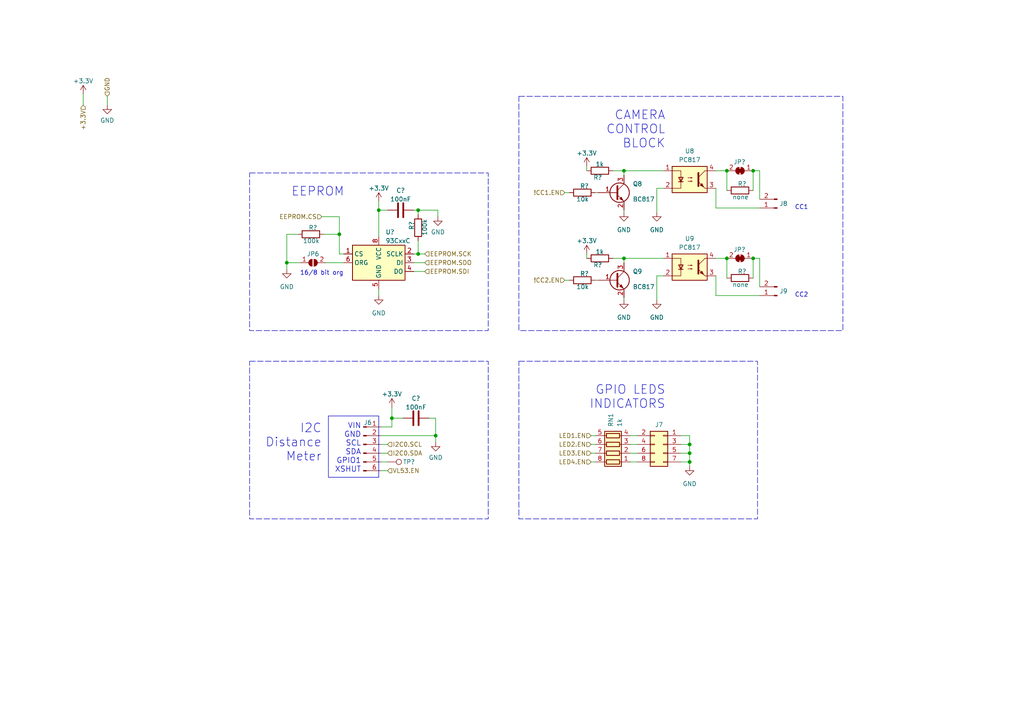
<source format=kicad_sch>
(kicad_sch (version 20230121) (generator eeschema)
  (paper "A4")
  (lib_symbols
    (symbol "Connector:Conn_01x02_Pin" (pin_names (offset 1.016) hide)
      (property "Reference" "J" (at 0 2.54 0))
      (property "Value" "Conn_01x02_Pin" (at 0 -5.08 0))
      (symbol "Conn_01x02_Pin_1_1"
        (polyline (pts (xy 1.27 -2.54) (xy 0.8636 -2.54)) (stroke (width 0.1524)))
        (polyline (pts (xy 1.27 0) (xy 0.8636 0)) (stroke (width 0.1524)))
        (rectangle (start 0.8636 -2.413) (end 0 -2.667) (stroke (width 0.1524)) (fill (type outline)))
        (rectangle (start 0.8636 0.127) (end 0 -0.127) (stroke (width 0.1524)) (fill (type outline)))
        (pin passive line (at 5.08 0 180) (length 3.81) (name "Pin_1") (number "1"))
        (pin passive line (at 5.08 -2.54 180) (length 3.81) (name "Pin_2") (number "2"))
      )
    )
    (symbol "Connector:Conn_01x06_Pin" (pin_names (offset 1.016) hide)
      (property "Reference" "J" (at 0 7.62 0))
      (property "Value" "Conn_01x06_Pin" (at 0 -10.16 0))
      (symbol "Conn_01x06_Pin_1_1"
        (polyline (pts (xy 1.27 -7.62) (xy 0.8636 -7.62)) (stroke (width 0.1524)))
        (polyline (pts (xy 1.27 -5.08) (xy 0.8636 -5.08)) (stroke (width 0.1524)))
        (polyline (pts (xy 1.27 -2.54) (xy 0.8636 -2.54)) (stroke (width 0.1524)))
        (polyline (pts (xy 1.27 0) (xy 0.8636 0)) (stroke (width 0.1524)))
        (polyline (pts (xy 1.27 2.54) (xy 0.8636 2.54)) (stroke (width 0.1524)))
        (polyline (pts (xy 1.27 5.08) (xy 0.8636 5.08)) (stroke (width 0.1524)))
        (rectangle (start 0.8636 -7.493) (end 0 -7.747) (stroke (width 0.1524)) (fill (type outline)))
        (rectangle (start 0.8636 -4.953) (end 0 -5.207) (stroke (width 0.1524)) (fill (type outline)))
        (rectangle (start 0.8636 -2.413) (end 0 -2.667) (stroke (width 0.1524)) (fill (type outline)))
        (rectangle (start 0.8636 0.127) (end 0 -0.127) (stroke (width 0.1524)) (fill (type outline)))
        (rectangle (start 0.8636 2.667) (end 0 2.413) (stroke (width 0.1524)) (fill (type outline)))
        (rectangle (start 0.8636 5.207) (end 0 4.953) (stroke (width 0.1524)) (fill (type outline)))
        (pin passive line (at 5.08 5.08 180) (length 3.81) (name "Pin_1") (number "1"))
        (pin passive line (at 5.08 2.54 180) (length 3.81) (name "Pin_2") (number "2"))
        (pin passive line (at 5.08 0 180) (length 3.81) (name "Pin_3") (number "3"))
        (pin passive line (at 5.08 -2.54 180) (length 3.81) (name "Pin_4") (number "4"))
        (pin passive line (at 5.08 -5.08 180) (length 3.81) (name "Pin_5") (number "5"))
        (pin passive line (at 5.08 -7.62 180) (length 3.81) (name "Pin_6") (number "6"))
      )
    )
    (symbol "Connector:TestPoint" (pin_numbers hide) (pin_names (offset 0.762) hide)
      (property "Reference" "TP" (at 0 6.858 0))
      (property "Value" "TestPoint" (at 0 5.08 0))
      (symbol "TestPoint_0_1"
        (circle (center 0 3.302) (radius 0.762))
      )
      (symbol "TestPoint_1_1"
        (pin passive line (at 0 0 90) (length 2.54) (name "1") (number "1"))
      )
    )
    (symbol "Connector_Generic:Conn_02x04_Odd_Even" (pin_names (offset 1.016) hide)
      (property "Reference" "J" (at 1.27 5.08 0))
      (property "Value" "Conn_02x04_Odd_Even" (at 1.27 -7.62 0))
      (symbol "Conn_02x04_Odd_Even_1_1"
        (rectangle (start -1.27 -4.953) (end 0 -5.207) (stroke (width 0.1524)))
        (rectangle (start -1.27 -2.413) (end 0 -2.667) (stroke (width 0.1524)))
        (rectangle (start -1.27 0.127) (end 0 -0.127) (stroke (width 0.1524)))
        (rectangle (start -1.27 2.667) (end 0 2.413) (stroke (width 0.1524)))
        (rectangle (start -1.27 3.81) (end 3.81 -6.35) (stroke (width 0.254)) (fill (type background)))
        (rectangle (start 3.81 -4.953) (end 2.54 -5.207) (stroke (width 0.1524)))
        (rectangle (start 3.81 -2.413) (end 2.54 -2.667) (stroke (width 0.1524)))
        (rectangle (start 3.81 0.127) (end 2.54 -0.127) (stroke (width 0.1524)))
        (rectangle (start 3.81 2.667) (end 2.54 2.413) (stroke (width 0.1524)))
        (pin passive line (at -5.08 2.54 0) (length 3.81) (name "Pin_1") (number "1"))
        (pin passive line (at 7.62 2.54 180) (length 3.81) (name "Pin_2") (number "2"))
        (pin passive line (at -5.08 0 0) (length 3.81) (name "Pin_3") (number "3"))
        (pin passive line (at 7.62 0 180) (length 3.81) (name "Pin_4") (number "4"))
        (pin passive line (at -5.08 -2.54 0) (length 3.81) (name "Pin_5") (number "5"))
        (pin passive line (at 7.62 -2.54 180) (length 3.81) (name "Pin_6") (number "6"))
        (pin passive line (at -5.08 -5.08 0) (length 3.81) (name "Pin_7") (number "7"))
        (pin passive line (at 7.62 -5.08 180) (length 3.81) (name "Pin_8") (number "8"))
      )
    )
    (symbol "Device:C" (pin_numbers hide) (pin_names (offset 0.254))
      (property "Reference" "C" (at 0.635 2.54 0))
      (property "Value" "C" (at 0.635 -2.54 0))
      (symbol "C_0_1"
        (polyline (pts (xy -2.032 -0.762) (xy 2.032 -0.762)) (stroke (width 0.508)))
        (polyline (pts (xy -2.032 0.762) (xy 2.032 0.762)) (stroke (width 0.508)))
      )
      (symbol "C_1_1"
        (pin passive line (at 0 3.81 270) (length 2.794) (name "~") (number "1"))
        (pin passive line (at 0 -3.81 90) (length 2.794) (name "~") (number "2"))
      )
    )
    (symbol "Device:R" (pin_numbers hide) (pin_names (offset 0))
      (property "Reference" "R" (at 2.032 0 90))
      (property "Value" "R" (at 0 0 90))
      (symbol "R_0_1"
        (rectangle (start -1.016 -2.54) (end 1.016 2.54) (stroke (width 0.254)))
      )
      (symbol "R_1_1"
        (pin passive line (at 0 3.81 270) (length 1.27) (name "~") (number "1"))
        (pin passive line (at 0 -3.81 90) (length 1.27) (name "~") (number "2"))
      )
    )
    (symbol "Device:R_Pack04" (pin_names (offset 0) hide)
      (property "Reference" "RN" (at -7.62 0 90))
      (property "Value" "R_Pack04" (at 5.08 0 90))
      (symbol "R_Pack04_0_1"
        (rectangle (start -6.35 -2.413) (end 3.81 2.413) (stroke (width 0.254)) (fill (type background)))
        (rectangle (start -5.715 1.905) (end -4.445 -1.905) (stroke (width 0.254)))
        (rectangle (start -3.175 1.905) (end -1.905 -1.905) (stroke (width 0.254)))
        (rectangle (start -0.635 1.905) (end 0.635 -1.905) (stroke (width 0.254)))
        (polyline (pts (xy -5.08 -2.54) (xy -5.08 -1.905)))
        (polyline (pts (xy -5.08 1.905) (xy -5.08 2.54)))
        (polyline (pts (xy -2.54 -2.54) (xy -2.54 -1.905)))
        (polyline (pts (xy -2.54 1.905) (xy -2.54 2.54)))
        (polyline (pts (xy 0 -2.54) (xy 0 -1.905)))
        (polyline (pts (xy 0 1.905) (xy 0 2.54)))
        (polyline (pts (xy 2.54 -2.54) (xy 2.54 -1.905)))
        (polyline (pts (xy 2.54 1.905) (xy 2.54 2.54)))
        (rectangle (start 1.905 1.905) (end 3.175 -1.905) (stroke (width 0.254)))
      )
      (symbol "R_Pack04_1_1"
        (pin passive line (at -5.08 -5.08 90) (length 2.54) (name "R1.1") (number "1"))
        (pin passive line (at -2.54 -5.08 90) (length 2.54) (name "R2.1") (number "2"))
        (pin passive line (at 0 -5.08 90) (length 2.54) (name "R3.1") (number "3"))
        (pin passive line (at 2.54 -5.08 90) (length 2.54) (name "R4.1") (number "4"))
        (pin passive line (at 2.54 5.08 270) (length 2.54) (name "R4.2") (number "5"))
        (pin passive line (at 0 5.08 270) (length 2.54) (name "R3.2") (number "6"))
        (pin passive line (at -2.54 5.08 270) (length 2.54) (name "R2.2") (number "7"))
        (pin passive line (at -5.08 5.08 270) (length 2.54) (name "R1.2") (number "8"))
      )
    )
    (symbol "Isolator:PC817" (pin_names (offset 1.016))
      (property "Reference" "U" (at -5.08 5.08 0))
      (property "Value" "PC817" (at 0 5.08 0))
      (symbol "PC817_0_1"
        (rectangle (start -5.08 3.81) (end 5.08 -3.81) (stroke (width 0.254)) (fill (type background)))
        (polyline (pts (xy -3.175 -0.635) (xy -1.905 -0.635)) (stroke (width 0.254)))
        (polyline (pts (xy 2.54 0.635) (xy 4.445 2.54)))
        (polyline (pts (xy 4.445 -2.54) (xy 2.54 -0.635)) (fill (type outline)))
        (polyline (pts (xy 4.445 -2.54) (xy 5.08 -2.54)))
        (polyline (pts (xy 4.445 2.54) (xy 5.08 2.54)))
        (polyline (pts (xy -5.08 2.54) (xy -2.54 2.54) (xy -2.54 -0.635)))
        (polyline (pts (xy -2.54 -0.635) (xy -2.54 -2.54) (xy -5.08 -2.54)))
        (polyline (pts (xy 2.54 1.905) (xy 2.54 -1.905) (xy 2.54 -1.905)) (stroke (width 0.508)))
        (polyline (pts (xy -2.54 -0.635) (xy -3.175 0.635) (xy -1.905 0.635) (xy -2.54 -0.635)) (stroke (width 0.254)))
        (polyline (pts (xy -0.508 -0.508) (xy 0.762 -0.508) (xy 0.381 -0.635) (xy 0.381 -0.381) (xy 0.762 -0.508)))
        (polyline (pts (xy -0.508 0.508) (xy 0.762 0.508) (xy 0.381 0.381) (xy 0.381 0.635) (xy 0.762 0.508)))
        (polyline (pts (xy 3.048 -1.651) (xy 3.556 -1.143) (xy 4.064 -2.159) (xy 3.048 -1.651) (xy 3.048 -1.651)) (fill (type outline)))
      )
      (symbol "PC817_1_1"
        (pin passive line (at -7.62 2.54 0) (length 2.54) (name "~") (number "1"))
        (pin passive line (at -7.62 -2.54 0) (length 2.54) (name "~") (number "2"))
        (pin passive line (at 7.62 -2.54 180) (length 2.54) (name "~") (number "3"))
        (pin passive line (at 7.62 2.54 180) (length 2.54) (name "~") (number "4"))
      )
    )
    (symbol "Jumper:SolderJumper_2_Bridged" (pin_names (offset 0) hide)
      (property "Reference" "JP" (at 0 2.032 0))
      (property "Value" "SolderJumper_2_Bridged" (at 0 -2.54 0))
      (symbol "SolderJumper_2_Bridged_0_1"
        (rectangle (start -0.508 0.508) (end 0.508 -0.508) (fill (type outline)))
        (arc (start -0.254 1.016) (mid -1.2656 0) (end -0.254 -1.016))
        (arc (start -0.254 1.016) (mid -1.2656 0) (end -0.254 -1.016) (fill (type outline)))
        (polyline (pts (xy -0.254 1.016) (xy -0.254 -1.016)))
        (polyline (pts (xy 0.254 1.016) (xy 0.254 -1.016)))
        (arc (start 0.254 -1.016) (mid 1.2656 0) (end 0.254 1.016))
        (arc (start 0.254 -1.016) (mid 1.2656 0) (end 0.254 1.016) (fill (type outline)))
      )
      (symbol "SolderJumper_2_Bridged_1_1"
        (pin passive line (at -3.81 0 0) (length 2.54) (name "A") (number "1"))
        (pin passive line (at 3.81 0 180) (length 2.54) (name "B") (number "2"))
      )
    )
    (symbol "Jumper:SolderJumper_2_Open" (pin_names (offset 0) hide)
      (property "Reference" "JP" (at 0 2.032 0))
      (property "Value" "SolderJumper_2_Open" (at 0 -2.54 0))
      (symbol "SolderJumper_2_Open_0_1"
        (arc (start -0.254 1.016) (mid -1.2656 0) (end -0.254 -1.016))
        (arc (start -0.254 1.016) (mid -1.2656 0) (end -0.254 -1.016) (fill (type outline)))
        (polyline (pts (xy -0.254 1.016) (xy -0.254 -1.016)))
        (polyline (pts (xy 0.254 1.016) (xy 0.254 -1.016)))
        (arc (start 0.254 -1.016) (mid 1.2656 0) (end 0.254 1.016))
        (arc (start 0.254 -1.016) (mid 1.2656 0) (end 0.254 1.016) (fill (type outline)))
      )
      (symbol "SolderJumper_2_Open_1_1"
        (pin passive line (at -3.81 0 0) (length 2.54) (name "A") (number "1"))
        (pin passive line (at 3.81 0 180) (length 2.54) (name "B") (number "2"))
      )
    )
    (symbol "Memory_EEPROM:93CxxC"
      (property "Reference" "U" (at -7.62 6.35 0))
      (property "Value" "93CxxC" (at 2.54 -6.35 0))
      (symbol "93CxxC_1_1"
        (rectangle (start -7.62 5.08) (end 7.62 -5.08) (stroke (width 0.254)) (fill (type background)))
        (pin input line (at -10.16 2.54 0) (length 2.54) (name "CS") (number "1"))
        (pin input line (at 10.16 2.54 180) (length 2.54) (name "SCLK") (number "2"))
        (pin input line (at 10.16 0 180) (length 2.54) (name "DI") (number "3"))
        (pin tri_state line (at 10.16 -2.54 180) (length 2.54) (name "DO") (number "4"))
        (pin power_in line (at 0 -7.62 90) (length 2.54) (name "GND") (number "5"))
        (pin input line (at -10.16 0 0) (length 2.54) (name "ORG") (number "6"))
        (pin no_connect line (at -7.62 -2.54 0) (length 2.54) hide (name "NC") (number "7"))
        (pin power_in line (at 0 7.62 270) (length 2.54) (name "VCC") (number "8"))
      )
    )
    (symbol "Transistor_BJT:BC817" (pin_names (offset 0) hide)
      (property "Reference" "Q" (at 5.08 1.905 0))
      (property "Value" "BC817" (at 5.08 0 0))
      (symbol "BC817_0_1"
        (polyline (pts (xy 0.635 0.635) (xy 2.54 2.54)))
        (polyline (pts (xy 0.635 -0.635) (xy 2.54 -2.54) (xy 2.54 -2.54)))
        (polyline (pts (xy 0.635 1.905) (xy 0.635 -1.905) (xy 0.635 -1.905)) (stroke (width 0.508)))
        (polyline (pts (xy 1.27 -1.778) (xy 1.778 -1.27) (xy 2.286 -2.286) (xy 1.27 -1.778) (xy 1.27 -1.778)) (fill (type outline)))
        (circle (center 1.27 0) (radius 2.8194) (stroke (width 0.254)))
      )
      (symbol "BC817_1_1"
        (pin input line (at -5.08 0 0) (length 5.715) (name "B") (number "1"))
        (pin passive line (at 2.54 -5.08 90) (length 2.54) (name "E") (number "2"))
        (pin passive line (at 2.54 5.08 270) (length 2.54) (name "C") (number "3"))
      )
    )
    (symbol "power:+3.3V" (power) (pin_names (offset 0))
      (property "Value" "+3.3V" (at 0 3.556 0))
      (symbol "+3.3V_0_1"
        (polyline (pts (xy -0.762 1.27) (xy 0 2.54)))
        (polyline (pts (xy 0 0) (xy 0 2.54)))
        (polyline (pts (xy 0 2.54) (xy 0.762 1.27)))
      )
      (symbol "+3.3V_1_1"
        (pin power_in line (at 0 0 90) (length 0) hide (name "+3.3V") (number "1"))
      )
    )
    (symbol "power:GND" (power) (pin_names (offset 0))
      (property "Value" "GND" (at 0 -3.81 0))
      (symbol "GND_0_1"
        (polyline (pts (xy 0 0) (xy 0 -1.27) (xy 1.27 -1.27) (xy 0 -2.54) (xy -1.27 -1.27) (xy 0 -1.27)))
      )
      (symbol "GND_1_1"
        (pin power_in line (at 0 0 270) (length 0) hide (name "GND") (number "1"))
      )
    )
  )
  (junction (at 121.285 60.96))
  (junction (at 200.025 133.985))
  (junction (at 113.665 121.285))
  (junction (at 180.975 49.53))
  (junction (at 180.975 74.93))
  (junction (at 98.425 67.945))
  (junction (at 218.44 49.53))
  (junction (at 109.855 60.96))
  (junction (at 83.185 76.2))
  (junction (at 126.365 126.365))
  (junction (at 210.82 74.93))
  (junction (at 210.82 49.53))
  (junction (at 200.025 128.905))
  (junction (at 200.025 131.445))
  (junction (at 218.44 74.93))
  (junction (at 121.285 73.66))
  (wire (pts (xy 110.49 126.365) (xy 126.365 126.365)))
  (wire (pts (xy 200.025 126.365) (xy 200.025 128.905)))
  (wire (pts (xy 163.83 55.88) (xy 165.1 55.88)))
  (wire (pts (xy 110.49 128.905) (xy 112.395 128.905)))
  (wire (pts (xy 207.645 85.725) (xy 220.345 85.725)))
  (wire (pts (xy 83.185 76.2) (xy 86.995 76.2)))
  (wire (pts (xy 172.72 55.88) (xy 173.355 55.88)))
  (wire (pts (xy 210.82 80.645) (xy 210.82 74.93)))
  (wire (pts (xy 109.855 60.96) (xy 109.855 68.58)))
  (wire (pts (xy 180.975 49.53) (xy 192.405 49.53)))
  (wire (pts (xy 126.365 121.285) (xy 126.365 126.365)))
  (wire (pts (xy 31.115 27.94) (xy 31.115 30.48)))
  (wire (pts (xy 220.345 83.185) (xy 220.345 74.93)))
  (wire (pts (xy 171.45 126.365) (xy 172.72 126.365)))
  (wire (pts (xy 207.645 80.01) (xy 207.645 85.725)))
  (wire (pts (xy 113.665 121.285) (xy 116.84 121.285)))
  (wire (pts (xy 110.49 131.445) (xy 112.395 131.445)))
  (wire (pts (xy 200.025 128.905) (xy 200.025 131.445)))
  (wire (pts (xy 218.44 55.245) (xy 218.44 49.53)))
  (wire (pts (xy 207.645 49.53) (xy 210.82 49.53)))
  (wire (pts (xy 127 60.96) (xy 127 62.865)))
  (wire (pts (xy 98.425 62.865) (xy 98.425 67.945)))
  (wire (pts (xy 109.855 58.42) (xy 109.855 60.96)))
  (wire (pts (xy 182.88 131.445) (xy 184.785 131.445)))
  (wire (pts (xy 94.615 76.2) (xy 99.695 76.2)))
  (wire (pts (xy 197.485 126.365) (xy 200.025 126.365)))
  (wire (pts (xy 180.975 60.96) (xy 180.975 61.595)))
  (wire (pts (xy 170.18 48.26) (xy 170.18 49.53)))
  (wire (pts (xy 171.45 131.445) (xy 172.72 131.445)))
  (wire (pts (xy 126.365 126.365) (xy 126.365 128.27)))
  (wire (pts (xy 207.645 74.93) (xy 210.82 74.93)))
  (wire (pts (xy 98.425 73.66) (xy 99.695 73.66)))
  (wire (pts (xy 190.5 54.61) (xy 190.5 61.595)))
  (wire (pts (xy 182.88 128.905) (xy 184.785 128.905)))
  (wire (pts (xy 182.88 133.985) (xy 184.785 133.985)))
  (wire (pts (xy 113.665 121.285) (xy 113.665 118.11)))
  (wire (pts (xy 180.975 74.93) (xy 192.405 74.93)))
  (wire (pts (xy 110.49 133.985) (xy 112.395 133.985)))
  (wire (pts (xy 197.485 131.445) (xy 200.025 131.445)))
  (wire (pts (xy 120.015 60.96) (xy 121.285 60.96)))
  (wire (pts (xy 220.345 49.53) (xy 218.44 49.53)))
  (wire (pts (xy 197.485 133.985) (xy 200.025 133.985)))
  (wire (pts (xy 192.405 80.01) (xy 190.5 80.01)))
  (wire (pts (xy 121.285 62.23) (xy 121.285 60.96)))
  (wire (pts (xy 120.015 78.74) (xy 123.19 78.74)))
  (wire (pts (xy 190.5 80.01) (xy 190.5 86.995)))
  (wire (pts (xy 163.83 81.28) (xy 165.1 81.28)))
  (wire (pts (xy 120.015 76.2) (xy 123.19 76.2)))
  (wire (pts (xy 218.44 80.645) (xy 218.44 74.93)))
  (wire (pts (xy 120.015 73.66) (xy 121.285 73.66)))
  (wire (pts (xy 200.025 131.445) (xy 200.025 133.985)))
  (wire (pts (xy 83.185 76.2) (xy 83.185 78.105)))
  (wire (pts (xy 121.285 73.66) (xy 121.285 69.85)))
  (wire (pts (xy 182.88 126.365) (xy 184.785 126.365)))
  (wire (pts (xy 86.36 67.945) (xy 83.185 67.945)))
  (wire (pts (xy 200.025 133.985) (xy 200.025 135.255)))
  (wire (pts (xy 172.72 81.28) (xy 173.355 81.28)))
  (wire (pts (xy 121.285 60.96) (xy 127 60.96)))
  (wire (pts (xy 93.345 62.865) (xy 98.425 62.865)))
  (wire (pts (xy 113.665 123.825) (xy 113.665 121.285)))
  (wire (pts (xy 110.49 123.825) (xy 113.665 123.825)))
  (wire (pts (xy 171.45 133.985) (xy 172.72 133.985)))
  (wire (pts (xy 121.285 73.66) (xy 123.19 73.66)))
  (wire (pts (xy 192.405 54.61) (xy 190.5 54.61)))
  (wire (pts (xy 171.45 128.905) (xy 172.72 128.905)))
  (wire (pts (xy 110.49 136.525) (xy 112.395 136.525)))
  (wire (pts (xy 197.485 128.905) (xy 200.025 128.905)))
  (wire (pts (xy 177.8 74.93) (xy 180.975 74.93)))
  (wire (pts (xy 24.13 27.305) (xy 24.13 30.48)))
  (wire (pts (xy 170.18 73.66) (xy 170.18 74.93)))
  (wire (pts (xy 180.975 74.93) (xy 180.975 76.2)))
  (wire (pts (xy 207.645 60.325) (xy 220.345 60.325)))
  (wire (pts (xy 220.345 74.93) (xy 218.44 74.93)))
  (wire (pts (xy 177.8 49.53) (xy 180.975 49.53)))
  (wire (pts (xy 180.975 49.53) (xy 180.975 50.8)))
  (wire (pts (xy 83.185 67.945) (xy 83.185 76.2)))
  (wire (pts (xy 109.855 60.96) (xy 112.395 60.96)))
  (wire (pts (xy 180.975 86.36) (xy 180.975 86.995)))
  (wire (pts (xy 109.855 83.82) (xy 109.855 85.725)))
  (wire (pts (xy 220.345 57.785) (xy 220.345 49.53)))
  (wire (pts (xy 124.46 121.285) (xy 126.365 121.285)))
  (wire (pts (xy 207.645 54.61) (xy 207.645 60.325)))
  (wire (pts (xy 98.425 67.945) (xy 98.425 73.66)))
  (wire (pts (xy 210.82 55.245) (xy 210.82 49.53)))
  (wire (pts (xy 98.425 67.945) (xy 93.98 67.945)))
  (rectangle (start 95.25 120.65) (end 109.855 138.43))
  (rectangle (start 72.39 50.165) (end 141.605 95.885) (stroke (width 0) (type dash)))
  (rectangle (start 72.39 104.775) (end 141.605 150.495) (stroke (width 0) (type dash)))
  (rectangle (start 150.495 104.775) (end 219.71 150.495) (stroke (width 0) (type dash)))
  (rectangle (start 150.495 27.94) (end 244.475 95.885) (stroke (width 0) (type dash)))
  (text "CC1" (at 230.505 60.96 0) (effects (font (size 1.27 1.27)) (justify left bottom)))
  (text "GPIO LEDS\nINDICATORS" (at 193.04 118.745 0) (effects (font (size 2.54 2.54)) (justify right bottom)))
  (text "CC2" (at 230.505 86.36 0) (effects (font (size 1.27 1.27)) (justify left bottom)))
  (text "16/8 bit org" (at 86.995 80.01 0) (effects (font (size 1.27 1.27)) (justify left bottom)))
  (text "VIN\nGND\nSCL\nSDA\nGPIO1\nXSHUT" (at 104.775 137.16 0) (effects (font (size 1.57 1.57)) (justify right bottom)))
  (text "I2C\nDistance\nMeter" (at 93.345 133.985 0) (effects (font (size 2.54 2.54)) (justify right bottom)))
  (text "CAMERA\nCONTROL\n BLOCK" (at 193.04 43.18 0) (effects (font (size 2.54 2.54)) (justify right bottom)))
  (text "EEPROM" (at 84.455 57.15 0) (effects (font (size 2.54 2.54)) (justify left bottom)))
  (hierarchical_label "VL53.EN" (shape input) (at 112.395 136.525 0))
  (hierarchical_label "!CC2.EN" (shape input) (at 163.83 81.28 180))
  (hierarchical_label "EEPROM.CS" (shape input) (at 93.345 62.865 180))
  (hierarchical_label "!CC1.EN" (shape input) (at 163.83 55.88 180))
  (hierarchical_label "LED4.EN" (shape input) (at 171.45 133.985 180))
  (hierarchical_label "LED3.EN" (shape input) (at 171.45 131.445 180))
  (hierarchical_label "GND" (shape input) (at 31.115 27.94 90))
  (hierarchical_label "+3.3V" (shape input) (at 24.13 30.48 270))
  (hierarchical_label "I2C0.SDA" (shape input) (at 112.395 131.445 0))
  (hierarchical_label "EEPROM.SCK" (shape input) (at 123.19 73.66 0))
  (hierarchical_label "LED2.EN" (shape input) (at 171.45 128.905 180))
  (hierarchical_label "I2C0.SCL" (shape input) (at 112.395 128.905 0))
  (hierarchical_label "EEPROM.SDI" (shape input) (at 123.19 78.74 0))
  (hierarchical_label "EEPROM.SDO" (shape input) (at 123.19 76.2 0))
  (hierarchical_label "LED1.EN" (shape input) (at 171.45 126.365 180))
  (symbol (lib_id "power:+3.3V") (at 109.855 58.42 0) (unit 1)
    (property "Reference" "#PWR?" (effects hide))
    (property "Value" "+3.3V" (at 109.855 54.61 0))
    (instances (project "MR-SLDR-01" (path "" (reference "#PWR?") (unit 1)) (path "" (reference "#PWR?") (unit 1)) (path "" (reference "#PWR065") (unit 1))))
  )
  (symbol (lib_id "Isolator:PC817") (at 200.025 52.07 0) (unit 1)
    (property "Reference" "U8" (at 200.025 43.815 0))
    (property "Value" "PC817" (at 200.025 46.355 0))
    (property "Footprint" "Package_DIP:DIP-4_W7.62mm" (effects hide))
    (property "Datasheet" "http://www.soselectronic.cz/a_info/resource/d/pc817.pdf" (effects hide))
  )
  (symbol (lib_id "Transistor_BJT:BC817") (at 178.435 81.28 0) (unit 1)
    (property "Reference" "Q9" (at 183.515 78.74 0) (effects (justify left)))
    (property "Value" "BC817" (at 183.515 83.185 0) (effects (justify left)))
    (property "Footprint" "Package_TO_SOT_SMD:SOT-23" (effects hide))
    (property "Datasheet" "https://www.onsemi.com/pub/Collateral/BC818-D.pdf" (effects hide))
  )
  (symbol (lib_id "Isolator:PC817") (at 200.025 77.47 0) (unit 1)
    (property "Reference" "U9" (at 200.025 69.215 0))
    (property "Value" "PC817" (at 200.025 71.755 0))
    (property "Footprint" "Package_DIP:DIP-4_W7.62mm" (effects hide))
    (property "Datasheet" "http://www.soselectronic.cz/a_info/resource/d/pc817.pdf" (effects hide))
  )
  (symbol (lib_id "Device:R") (at 173.99 74.93 270) (unit 1)
    (property "Reference" "R?" (at 172.085 76.835 90) (effects (justify left)))
    (property "Value" "1k" (at 172.72 73.025 90) (effects (justify left)))
    (property "Footprint" "Resistor_SMD:R_0805_2012Metric_Pad1.20x1.40mm_HandSolder" (effects hide))
    (instances (project "MR-SLDR-01" (path "" (reference "R?") (unit 1)) (path "" (reference "R?") (unit 1)) (path "" (reference "R44") (unit 1))))
  )
  (symbol (lib_id "power:+3.3V") (at 170.18 73.66 0) (unit 1)
    (property "Reference" "#PWR?" (effects hide))
    (property "Value" "+3.3V" (at 170.18 69.85 0))
    (instances (project "MR-SLDR-01" (path "" (reference "#PWR?") (unit 1)) (path "" (reference "#PWR?") (unit 1)) (path "" (reference "#PWR071") (unit 1))))
  )
  (symbol (lib_id "Device:R") (at 90.17 67.945 90) (unit 1)
    (property "Reference" "R?" (at 92.075 66.04 90) (effects (justify left)))
    (property "Value" "100k" (at 92.71 69.85 90) (effects (justify left)))
    (property "Footprint" "Resistor_SMD:R_0805_2012Metric_Pad1.20x1.40mm_HandSolder" (effects hide))
    (instances (project "MR-SLDR-01" (path "" (reference "R?") (unit 1)) (path "" (reference "R?") (unit 1)) (path "" (reference "R39") (unit 1))))
  )
  (symbol (lib_id "power:GND") (at 180.975 61.595 0) (unit 1)
    (property "Reference" "#PWR?" (effects hide))
    (property "Value" "GND" (at 180.975 66.675 0))
    (instances (project "MR-SLDR-01" (path "" (reference "#PWR?") (unit 1)) (path "" (reference "#PWR072") (unit 1))))
  )
  (symbol (lib_id "power:GND") (at 109.855 85.725 0) (unit 1)
    (property "Reference" "#PWR?" (effects hide))
    (property "Value" "GND" (at 109.855 90.805 0))
    (instances (project "MR-SLDR-01" (path "" (reference "#PWR?") (unit 1)) (path "" (reference "#PWR066") (unit 1))))
  )
  (symbol (lib_id "Connector:Conn_01x02_Pin") (at 225.425 60.325 180) (unit 1)
    (property "Reference" "J8" (at 226.06 59.055 0) (effects (justify right)))
    (property "Value" "Conn_01x02_Pin" (effects hide))
    (property "Footprint" "Connector_Molex:Molex_SL_171971-0002_1x02_P2.54mm_Vertical" (effects hide))
  )
  (symbol (lib_id "Device:C") (at 116.205 60.96 270) (unit 1)
    (property "Reference" "C?" (at 116.205 55.245 90))
    (property "Value" "100nF" (at 116.205 57.785 90))
    (property "Footprint" "Capacitor_SMD:C_0805_2012Metric_Pad1.18x1.45mm_HandSolder" (effects hide))
    (instances (project "MR-SLDR-01" (path "" (reference "C?") (unit 1)) (path "" (reference "C29") (unit 1))))
  )
  (symbol (lib_id "power:GND") (at 190.5 61.595 0) (unit 1)
    (property "Reference" "#PWR?" (effects hide))
    (property "Value" "GND" (at 190.5 66.675 0))
    (instances (project "MR-SLDR-01" (path "" (reference "#PWR?") (unit 1)) (path "" (reference "#PWR074") (unit 1))))
  )
  (symbol (lib_id "power:+3.3V") (at 113.665 118.11 0) (unit 1)
    (property "Reference" "#PWR?" (effects hide))
    (property "Value" "+3.3V" (at 113.665 114.3 0))
    (instances (project "MR-SLDR-01" (path "" (reference "#PWR?") (unit 1)) (path "" (reference "#PWR?") (unit 1)) (path "" (reference "#PWR067") (unit 1))))
  )
  (symbol (lib_id "Connector:Conn_01x02_Pin") (at 225.425 85.725 180) (unit 1)
    (property "Reference" "J9" (at 226.06 84.455 0) (effects (justify right)))
    (property "Value" "Conn_01x02_Pin" (effects hide))
    (property "Footprint" "Connector_Molex:Molex_SL_171971-0002_1x02_P2.54mm_Vertical" (effects hide))
  )
  (symbol (lib_id "power:GND") (at 31.115 30.48 0) (unit 1)
    (property "Reference" "#PWR?" (effects hide))
    (property "Value" "GND" (at 31.115 34.925 0))
    (instances (project "MR-SLDR-01" (path "" (reference "#PWR?") (unit 1)) (path "" (reference "#PWR?") (unit 1)) (path "" (reference "#PWR063") (unit 1))))
  )
  (symbol (lib_id "Device:C") (at 120.65 121.285 270) (unit 1)
    (property "Reference" "C?" (at 120.65 115.57 90))
    (property "Value" "100nF" (at 120.65 118.11 90))
    (property "Footprint" "Capacitor_SMD:C_0805_2012Metric_Pad1.18x1.45mm_HandSolder" (effects hide))
    (instances (project "MR-SLDR-01" (path "" (reference "C?") (unit 1)) (path "" (reference "C30") (unit 1))))
  )
  (symbol (lib_id "Connector_Generic:Conn_02x04_Odd_Even") (at 192.405 128.905 0) (mirror y) (unit 1)
    (property "Reference" "J7" (at 191.135 123.19 0))
    (property "Value" "Conn_02x04_Odd_Even" (effects hide))
    (property "Footprint" "Connector_PinSocket_2.54mm:PinSocket_2x04_P2.54mm_Vertical" (effects hide))
  )
  (symbol (lib_id "Device:R_Pack04") (at 177.8 128.905 90) (unit 1)
    (property "Reference" "RN1" (at 177.165 123.825 0) (effects (justify left)))
    (property "Value" "1k" (at 179.705 123.825 0) (effects (justify left)))
    (property "Footprint" "Resistor_SMD:R_Array_Convex_4x1206" (effects hide))
  )
  (symbol (lib_id "Device:R") (at 168.91 81.28 90) (unit 1)
    (property "Reference" "R?" (at 170.815 79.375 90) (effects (justify left)))
    (property "Value" "10k" (at 170.815 83.185 90) (effects (justify left)))
    (property "Footprint" "Resistor_SMD:R_0805_2012Metric_Pad1.20x1.40mm_HandSolder" (effects hide))
    (instances (project "MR-SLDR-01" (path "" (reference "R?") (unit 1)) (path "" (reference "R?") (unit 1)) (path "" (reference "R42") (unit 1))))
  )
  (symbol (lib_id "power:GND") (at 190.5 86.995 0) (unit 1)
    (property "Reference" "#PWR?" (effects hide))
    (property "Value" "GND" (at 190.5 92.075 0))
    (instances (project "MR-SLDR-01" (path "" (reference "#PWR?") (unit 1)) (path "" (reference "#PWR075") (unit 1))))
  )
  (symbol (lib_id "Transistor_BJT:BC817") (at 178.435 55.88 0) (unit 1)
    (property "Reference" "Q8" (at 183.515 53.34 0) (effects (justify left)))
    (property "Value" "BC817" (at 183.515 57.785 0) (effects (justify left)))
    (property "Footprint" "Package_TO_SOT_SMD:SOT-23" (effects hide))
    (property "Datasheet" "https://www.onsemi.com/pub/Collateral/BC818-D.pdf" (effects hide))
  )
  (symbol (lib_id "Jumper:SolderJumper_2_Bridged") (at 214.63 49.53 180) (unit 1)
    (property "Reference" "JP?" (at 212.725 46.99 0) (effects (justify right)))
    (property "Value" "SolderJumper_2_Bridged" (effects hide))
    (property "Footprint" "Jumper:SolderJumper-2_P1.3mm_Bridged_RoundedPad1.0x1.5mm" (effects hide))
    (instances (project "MR-SLDR-01" (path "" (reference "JP?") (unit 1)) (path "" (reference "JP7") (unit 1))))
  )
  (symbol (lib_id "Memory_EEPROM:93CxxC") (at 109.855 76.2 0) (unit 1)
    (property "Reference" "U?" (at 111.8109 67.31 0) (effects (justify left)))
    (property "Value" "93CxxC" (at 111.8109 69.85 0) (effects (justify left)))
    (property "Footprint" "Package_SO:SO-8_3.9x4.9mm_P1.27mm" (effects hide))
    (property "Datasheet" "http://ww1.microchip.com/downloads/en/DeviceDoc/20001749K.pdf" (effects hide))
    (instances (project "MR-SLDR-01" (path "" (reference "U?") (unit 1)) (path "" (reference "U7") (unit 1))))
  )
  (symbol (lib_id "power:GND") (at 200.025 135.255 0) (unit 1)
    (property "Reference" "#PWR?" (effects hide))
    (property "Value" "GND" (at 200.025 140.335 0))
    (instances (project "MR-SLDR-01" (path "" (reference "#PWR?") (unit 1)) (path "" (reference "#PWR076") (unit 1))))
  )
  (symbol (lib_id "power:GND") (at 83.185 78.105 0) (unit 1)
    (property "Reference" "#PWR?" (effects hide))
    (property "Value" "GND" (at 83.185 83.185 0))
    (instances (project "MR-SLDR-01" (path "" (reference "#PWR?") (unit 1)) (path "" (reference "#PWR064") (unit 1))))
  )
  (symbol (lib_id "power:GND") (at 127 62.865 0) (unit 1)
    (property "Reference" "#PWR?" (effects hide))
    (property "Value" "GND" (at 127 67.31 0))
    (instances (project "MR-SLDR-01" (path "" (reference "#PWR?") (unit 1)) (path "" (reference "#PWR?") (unit 1)) (path "" (reference "#PWR069") (unit 1))))
  )
  (symbol (lib_id "Device:R") (at 214.63 55.245 90) (unit 1)
    (property "Reference" "R?" (at 216.535 53.34 90) (effects (justify left)))
    (property "Value" "none" (at 217.17 57.15 90) (effects (justify left)))
    (property "Footprint" "Resistor_SMD:R_0805_2012Metric_Pad1.20x1.40mm_HandSolder" (effects hide))
    (instances (project "MR-SLDR-01" (path "" (reference "R?") (unit 1)) (path "" (reference "R?") (unit 1)) (path "" (reference "R45") (unit 1))))
  )
  (symbol (lib_id "Device:R") (at 214.63 80.645 90) (unit 1)
    (property "Reference" "R?" (at 216.535 78.74 90) (effects (justify left)))
    (property "Value" "none" (at 217.17 82.55 90) (effects (justify left)))
    (property "Footprint" "Resistor_SMD:R_0805_2012Metric_Pad1.20x1.40mm_HandSolder" (effects hide))
    (instances (project "MR-SLDR-01" (path "" (reference "R?") (unit 1)) (path "" (reference "R?") (unit 1)) (path "" (reference "R46") (unit 1))))
  )
  (symbol (lib_id "Device:R") (at 173.99 49.53 270) (unit 1)
    (property "Reference" "R?" (at 172.085 51.435 90) (effects (justify left)))
    (property "Value" "1k" (at 172.72 47.625 90) (effects (justify left)))
    (property "Footprint" "Resistor_SMD:R_0805_2012Metric_Pad1.20x1.40mm_HandSolder" (effects hide))
    (instances (project "MR-SLDR-01" (path "" (reference "R?") (unit 1)) (path "" (reference "R?") (unit 1)) (path "" (reference "R43") (unit 1))))
  )
  (symbol (lib_id "power:+3.3V") (at 170.18 48.26 0) (unit 1)
    (property "Reference" "#PWR?" (effects hide))
    (property "Value" "+3.3V" (at 170.18 44.45 0))
    (instances (project "MR-SLDR-01" (path "" (reference "#PWR?") (unit 1)) (path "" (reference "#PWR?") (unit 1)) (path "" (reference "#PWR070") (unit 1))))
  )
  (symbol (lib_id "Device:R") (at 121.285 66.04 180) (unit 1)
    (property "Reference" "R?" (at 119.38 64.135 90) (effects (justify left)))
    (property "Value" "100k" (at 123.19 63.5 90) (effects (justify left)))
    (property "Footprint" "Resistor_SMD:R_0805_2012Metric_Pad1.20x1.40mm_HandSolder" (effects hide))
    (instances (project "MR-SLDR-01" (path "" (reference "R?") (unit 1)) (path "" (reference "R?") (unit 1)) (path "" (reference "R40") (unit 1))))
  )
  (symbol (lib_id "Device:R") (at 168.91 55.88 90) (unit 1)
    (property "Reference" "R?" (at 170.815 53.975 90) (effects (justify left)))
    (property "Value" "10k" (at 170.815 57.785 90) (effects (justify left)))
    (property "Footprint" "Resistor_SMD:R_0805_2012Metric_Pad1.20x1.40mm_HandSolder" (effects hide))
    (instances (project "MR-SLDR-01" (path "" (reference "R?") (unit 1)) (path "" (reference "R?") (unit 1)) (path "" (reference "R41") (unit 1))))
  )
  (symbol (lib_id "power:GND") (at 126.365 128.27 0) (unit 1)
    (property "Reference" "#PWR?" (effects hide))
    (property "Value" "GND" (at 126.365 132.715 0))
    (instances (project "MR-SLDR-01" (path "" (reference "#PWR?") (unit 1)) (path "" (reference "#PWR?") (unit 1)) (path "" (reference "#PWR068") (unit 1))))
  )
  (symbol (lib_id "power:GND") (at 180.975 86.995 0) (unit 1)
    (property "Reference" "#PWR?" (effects hide))
    (property "Value" "GND" (at 180.975 92.075 0))
    (instances (project "MR-SLDR-01" (path "" (reference "#PWR?") (unit 1)) (path "" (reference "#PWR073") (unit 1))))
  )
  (symbol (lib_id "Jumper:SolderJumper_2_Bridged") (at 214.63 74.93 180) (unit 1)
    (property "Reference" "JP?" (at 212.725 72.39 0) (effects (justify right)))
    (property "Value" "SolderJumper_2_Bridged" (effects hide))
    (property "Footprint" "Jumper:SolderJumper-2_P1.3mm_Bridged_RoundedPad1.0x1.5mm" (effects hide))
    (instances (project "MR-SLDR-01" (path "" (reference "JP?") (unit 1)) (path "" (reference "JP8") (unit 1))))
  )
  (symbol (lib_id "power:+3.3V") (at 24.13 27.305 0) (unit 1)
    (property "Reference" "#PWR?" (effects hide))
    (property "Value" "+3.3V" (at 24.13 23.495 0))
    (instances (project "MR-SLDR-01" (path "" (reference "#PWR?") (unit 1)) (path "" (reference "#PWR?") (unit 1)) (path "" (reference "#PWR062") (unit 1))))
  )
  (symbol (lib_id "Connector:Conn_01x06_Pin") (at 105.41 128.905 0) (unit 1)
    (property "Reference" "J6" (at 106.68 122.555 0))
    (property "Value" "Conn_01x06_Pin" (effects hide))
    (property "Footprint" "Connector_Molex:Molex_KK-254_AE-6410-06A_1x06_P2.54mm_Vertical" (effects hide))
  )
  (symbol (lib_id "Jumper:SolderJumper_2_Open") (at 90.805 76.2 0) (unit 1)
    (property "Reference" "JP6" (at 90.805 73.66 0))
    (property "Value" "SolderJumper_2_Open" (effects hide))
    (property "Footprint" "Jumper:SolderJumper-2_P1.3mm_Open_RoundedPad1.0x1.5mm" (effects hide))
  )
  (symbol (lib_id "Connector:TestPoint") (at 112.395 133.985 270) (unit 1)
    (property "Reference" "TP?" (at 116.84 133.985 90) (effects (justify left)))
    (property "Value" "TestPoint" (effects hide))
    (property "Footprint" "TestPoint:TestPoint_THTPad_1.0x1.0mm_Drill0.5mm" (effects hide))
    (instances (project "MR-SLDR-01" (path "" (reference "TP?") (unit 1)) (path "" (reference "TP?") (unit 1)) (path "" (reference "TP8") (unit 1))))
  )
)
</source>
